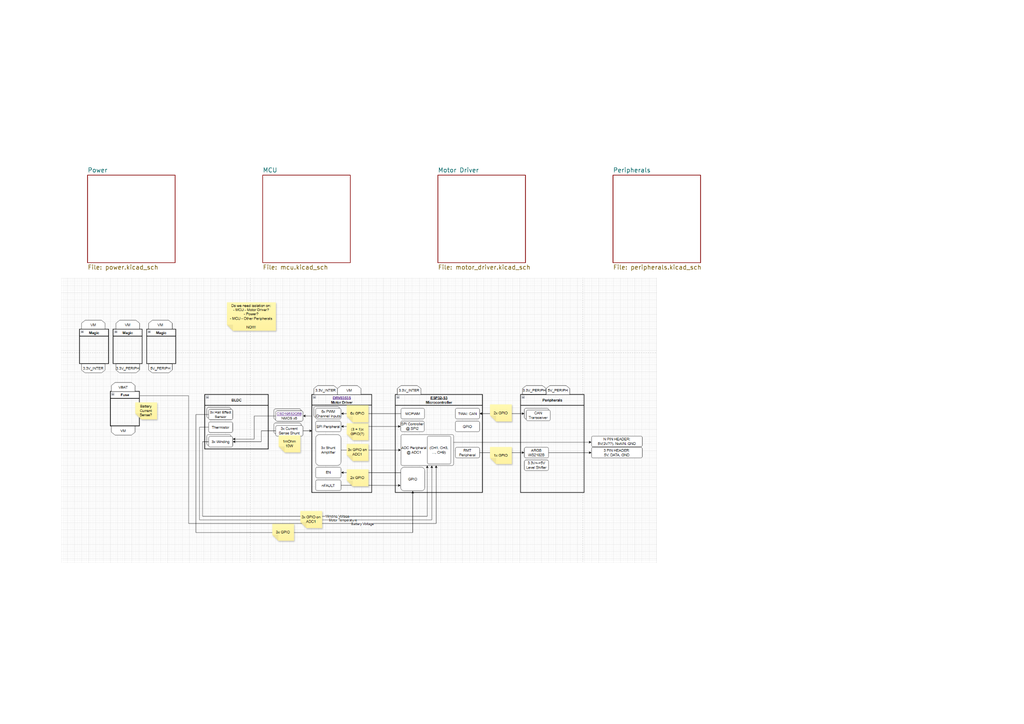
<source format=kicad_sch>
(kicad_sch (version 20250114) (generator "eeschema") (generator_version "9.0")
  (paper "A4")
  (lib_symbols)
  (image (at 104.14 121.92) (scale 0.405859))
  (sheet (at 76.2 50.8) (size 25.4 25.4) (stroke (width 0.1524))
    (property "Sheetname" "MCU" (at 76.2 50.0884 0) (effects (justify left bottom)))
    (property "Sheetfile" "mcu.kicad_sch" (at 76.2 76.7846 0) (effects (justify left top)))
  )
  (sheet (at 177.8 50.8) (size 25.4 25.4) (stroke (width 0.1524))
    (property "Sheetname" "Peripherals" (at 177.8 50.0884 0) (effects (justify left bottom)))
    (property "Sheetfile" "peripherals.kicad_sch" (at 177.8 76.7846 0) (effects (justify left top)))
  )
  (sheet (at 127 50.8) (size 25.4 25.4) (stroke (width 0.1524))
    (property "Sheetname" "Motor Driver" (at 127 50.0884 0) (effects (justify left bottom)))
    (property "Sheetfile" "motor_driver.kicad_sch" (at 127 76.7846 0) (effects (justify left top)))
  )
  (sheet (at 25.4 50.8) (size 25.4 25.4) (stroke (width 0.1524))
    (property "Sheetname" "Power" (at 25.4 50.0884 0) (effects (justify left bottom)))
    (property "Sheetfile" "power.kicad_sch" (at 25.4 76.7846 0) (effects (justify left top)))
  )
)
</source>
